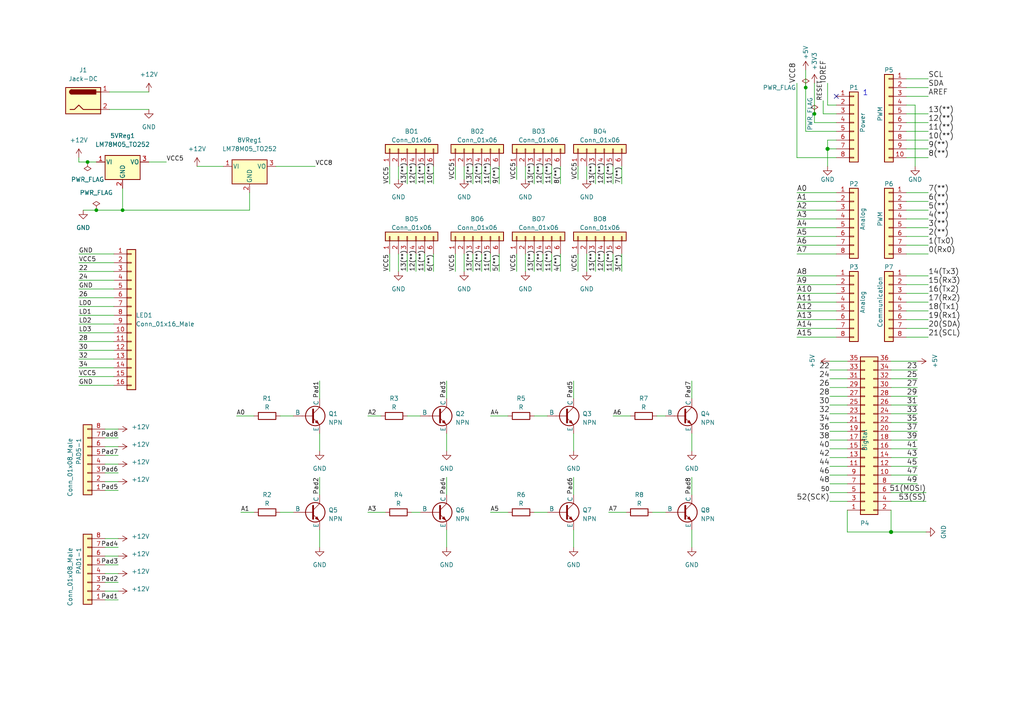
<source format=kicad_sch>
(kicad_sch (version 20230121) (generator eeschema)
  (paper "A4")
  (lib_symbols
    (symbol "Connector:Jack-DC" (pin_names (offset 1.016))
      (property "Reference" "J" (at 0 5.334 0))
      (property "Value" "Jack-DC" (at 0 -5.08 0))
      (symbol "Jack-DC_1_1"
        (pin passive line (at 7.62 2.54 180) (length 2.54) (name "~") (number "1"))
        (pin passive line (at 7.62 -2.54 180) (length 2.54) (name "~") (number "2"))
      )
    )
    (symbol "Connector_Generic:Conn_01x06" (pin_names (offset 1.016) hide)
      (property "Reference" "J" (at 0 7.62 0))
      (property "Value" "Conn_01x06" (at 0 -10.16 0))
      (symbol "Conn_01x06_1_1"
        (pin passive line (at -5.08 5.08 0) (length 3.81) (name "Pin_1") (number "1"))
        (pin passive line (at -5.08 2.54 0) (length 3.81) (name "Pin_2") (number "2"))
        (pin passive line (at -5.08 0 0) (length 3.81) (name "Pin_3") (number "3"))
        (pin passive line (at -5.08 -2.54 0) (length 3.81) (name "Pin_4") (number "4"))
        (pin passive line (at -5.08 -5.08 0) (length 3.81) (name "Pin_5") (number "5"))
        (pin passive line (at -5.08 -7.62 0) (length 3.81) (name "Pin_6") (number "6"))
      )
    )
    (symbol "Connector_Generic:Conn_01x08" (pin_names (offset 1.016) hide)
      (property "Reference" "J" (at 0 10.16 0))
      (property "Value" "Conn_01x08" (at 0 -12.7 0))
      (symbol "Conn_01x08_1_1"
        (pin passive line (at -5.08 7.62 0) (length 3.81) (name "Pin_1") (number "1"))
        (pin passive line (at -5.08 5.08 0) (length 3.81) (name "Pin_2") (number "2"))
        (pin passive line (at -5.08 2.54 0) (length 3.81) (name "Pin_3") (number "3"))
        (pin passive line (at -5.08 0 0) (length 3.81) (name "Pin_4") (number "4"))
        (pin passive line (at -5.08 -2.54 0) (length 3.81) (name "Pin_5") (number "5"))
        (pin passive line (at -5.08 -5.08 0) (length 3.81) (name "Pin_6") (number "6"))
        (pin passive line (at -5.08 -7.62 0) (length 3.81) (name "Pin_7") (number "7"))
        (pin passive line (at -5.08 -10.16 0) (length 3.81) (name "Pin_8") (number "8"))
      )
    )
    (symbol "Connector_Generic:Conn_01x10" (pin_names (offset 1.016) hide)
      (property "Reference" "J" (at 0 12.7 0))
      (property "Value" "Conn_01x10" (at 0 -15.24 0))
      (symbol "Conn_01x10_1_1"
        (pin passive line (at -5.08 10.16 0) (length 3.81) (name "Pin_1") (number "1"))
        (pin passive line (at -5.08 -12.7 0) (length 3.81) (name "Pin_10") (number "10"))
        (pin passive line (at -5.08 7.62 0) (length 3.81) (name "Pin_2") (number "2"))
        (pin passive line (at -5.08 5.08 0) (length 3.81) (name "Pin_3") (number "3"))
        (pin passive line (at -5.08 2.54 0) (length 3.81) (name "Pin_4") (number "4"))
        (pin passive line (at -5.08 0 0) (length 3.81) (name "Pin_5") (number "5"))
        (pin passive line (at -5.08 -2.54 0) (length 3.81) (name "Pin_6") (number "6"))
        (pin passive line (at -5.08 -5.08 0) (length 3.81) (name "Pin_7") (number "7"))
        (pin passive line (at -5.08 -7.62 0) (length 3.81) (name "Pin_8") (number "8"))
        (pin passive line (at -5.08 -10.16 0) (length 3.81) (name "Pin_9") (number "9"))
      )
    )
    (symbol "Connector_Generic:Conn_01x16" (pin_names (offset 1.016) hide)
      (property "Reference" "J" (at 0 20.32 0))
      (property "Value" "Conn_01x16" (at 0 -22.86 0))
      (symbol "Conn_01x16_1_1"
        (pin passive line (at -5.08 17.78 0) (length 3.81) (name "Pin_1") (number "1"))
        (pin passive line (at -5.08 -5.08 0) (length 3.81) (name "Pin_10") (number "10"))
        (pin passive line (at -5.08 -7.62 0) (length 3.81) (name "Pin_11") (number "11"))
        (pin passive line (at -5.08 -10.16 0) (length 3.81) (name "Pin_12") (number "12"))
        (pin passive line (at -5.08 -12.7 0) (length 3.81) (name "Pin_13") (number "13"))
        (pin passive line (at -5.08 -15.24 0) (length 3.81) (name "Pin_14") (number "14"))
        (pin passive line (at -5.08 -17.78 0) (length 3.81) (name "Pin_15") (number "15"))
        (pin passive line (at -5.08 -20.32 0) (length 3.81) (name "Pin_16") (number "16"))
        (pin passive line (at -5.08 15.24 0) (length 3.81) (name "Pin_2") (number "2"))
        (pin passive line (at -5.08 12.7 0) (length 3.81) (name "Pin_3") (number "3"))
        (pin passive line (at -5.08 10.16 0) (length 3.81) (name "Pin_4") (number "4"))
        (pin passive line (at -5.08 7.62 0) (length 3.81) (name "Pin_5") (number "5"))
        (pin passive line (at -5.08 5.08 0) (length 3.81) (name "Pin_6") (number "6"))
        (pin passive line (at -5.08 2.54 0) (length 3.81) (name "Pin_7") (number "7"))
        (pin passive line (at -5.08 0 0) (length 3.81) (name "Pin_8") (number "8"))
        (pin passive line (at -5.08 -2.54 0) (length 3.81) (name "Pin_9") (number "9"))
      )
    )
    (symbol "Connector_Generic:Conn_02x18_Odd_Even" (pin_names (offset 1.016) hide)
      (property "Reference" "J" (at 1.27 22.86 0))
      (property "Value" "Conn_02x18_Odd_Even" (at 1.27 -25.4 0))
      (symbol "Conn_02x18_Odd_Even_1_1"
        (pin passive line (at -5.08 20.32 0) (length 3.81) (name "Pin_1") (number "1"))
        (pin passive line (at 7.62 10.16 180) (length 3.81) (name "Pin_10") (number "10"))
        (pin passive line (at -5.08 7.62 0) (length 3.81) (name "Pin_11") (number "11"))
        (pin passive line (at 7.62 7.62 180) (length 3.81) (name "Pin_12") (number "12"))
        (pin passive line (at -5.08 5.08 0) (length 3.81) (name "Pin_13") (number "13"))
        (pin passive line (at 7.62 5.08 180) (length 3.81) (name "Pin_14") (number "14"))
        (pin passive line (at -5.08 2.54 0) (length 3.81) (name "Pin_15") (number "15"))
        (pin passive line (at 7.62 2.54 180) (length 3.81) (name "Pin_16") (number "16"))
        (pin passive line (at -5.08 0 0) (length 3.81) (name "Pin_17") (number "17"))
        (pin passive line (at 7.62 0 180) (length 3.81) (name "Pin_18") (number "18"))
        (pin passive line (at -5.08 -2.54 0) (length 3.81) (name "Pin_19") (number "19"))
        (pin passive line (at 7.62 20.32 180) (length 3.81) (name "Pin_2") (number "2"))
        (pin passive line (at 7.62 -2.54 180) (length 3.81) (name "Pin_20") (number "20"))
        (pin passive line (at -5.08 -5.08 0) (length 3.81) (name "Pin_21") (number "21"))
        (pin passive line (at 7.62 -5.08 180) (length 3.81) (name "Pin_22") (number "22"))
        (pin passive line (at -5.08 -7.62 0) (length 3.81) (name "Pin_23") (number "23"))
        (pin passive line (at 7.62 -7.62 180) (length 3.81) (name "Pin_24") (number "24"))
        (pin passive line (at -5.08 -10.16 0) (length 3.81) (name "Pin_25") (number "25"))
        (pin passive line (at 7.62 -10.16 180) (length 3.81) (name "Pin_26") (number "26"))
        (pin passive line (at -5.08 -12.7 0) (length 3.81) (name "Pin_27") (number "27"))
        (pin passive line (at 7.62 -12.7 180) (length 3.81) (name "Pin_28") (number "28"))
        (pin passive line (at -5.08 -15.24 0) (length 3.81) (name "Pin_29") (number "29"))
        (pin passive line (at -5.08 17.78 0) (length 3.81) (name "Pin_3") (number "3"))
        (pin passive line (at 7.62 -15.24 180) (length 3.81) (name "Pin_30") (number "30"))
        (pin passive line (at -5.08 -17.78 0) (length 3.81) (name "Pin_31") (number "31"))
        (pin passive line (at 7.62 -17.78 180) (length 3.81) (name "Pin_32") (number "32"))
        (pin passive line (at -5.08 -20.32 0) (length 3.81) (name "Pin_33") (number "33"))
        (pin passive line (at 7.62 -20.32 180) (length 3.81) (name "Pin_34") (number "34"))
        (pin passive line (at -5.08 -22.86 0) (length 3.81) (name "Pin_35") (number "35"))
        (pin passive line (at 7.62 -22.86 180) (length 3.81) (name "Pin_36") (number "36"))
        (pin passive line (at 7.62 17.78 180) (length 3.81) (name "Pin_4") (number "4"))
        (pin passive line (at -5.08 15.24 0) (length 3.81) (name "Pin_5") (number "5"))
        (pin passive line (at 7.62 15.24 180) (length 3.81) (name "Pin_6") (number "6"))
        (pin passive line (at -5.08 12.7 0) (length 3.81) (name "Pin_7") (number "7"))
        (pin passive line (at 7.62 12.7 180) (length 3.81) (name "Pin_8") (number "8"))
        (pin passive line (at -5.08 10.16 0) (length 3.81) (name "Pin_9") (number "9"))
      )
    )
    (symbol "Device:R" (pin_numbers hide) (pin_names (offset 0))
      (property "Reference" "R" (at 2.032 0 90))
      (property "Value" "R" (at 0 0 90))
      (symbol "R_1_1"
        (pin passive line (at 0 3.81 270) (length 1.27) (name "~") (number "1"))
        (pin passive line (at 0 -3.81 90) (length 1.27) (name "~") (number "2"))
      )
    )
    (symbol "Regulator_Linear:LM78M05_TO252" (pin_names (offset 0.254))
      (property "Reference" "U" (at -3.81 3.175 0))
      (property "Value" "LM78M05_TO252" (at 0 3.175 0))
      (symbol "LM78M05_TO252_1_1"
        (pin power_in line (at -7.62 0 0) (length 2.54) (name "VI") (number "1"))
        (pin power_in line (at 0 -7.62 90) (length 2.54) (name "GND") (number "2"))
        (pin power_out line (at 7.62 0 180) (length 2.54) (name "VO") (number "3"))
      )
    )
    (symbol "Simulation_SPICE:NPN" (pin_numbers hide) (pin_names (offset 0))
      (property "Reference" "Q" (at -2.54 7.62 0))
      (property "Value" "NPN" (at -2.54 5.08 0))
      (symbol "NPN_1_1"
        (pin open_collector line (at 2.54 5.08 270) (length 2.54) (name "C") (number "1"))
        (pin input line (at -5.08 0 0) (length 2.54) (name "B") (number "2"))
        (pin open_emitter line (at 2.54 -5.08 90) (length 2.54) (name "E") (number "3"))
      )
    )
    (symbol "power:+12V" (power) (pin_names (offset 0))
      (property "Value" "+12V" (at 0 3.556 0))
      (symbol "+12V_1_1"
        (pin power_in line (at 0 0 90) (length 0) hide (name "+12V") (number "1"))
      )
    )
    (symbol "power:+3V3" (power) (pin_names (offset 0))
      (property "Value" "+3V3" (at 0 3.556 0))
      (symbol "+3V3_1_1"
        (pin power_in line (at 0 0 90) (length 0) hide (name "+3V3") (number "1"))
      )
    )
    (symbol "power:+5V" (power) (pin_names (offset 0))
      (property "Value" "+5V" (at 0 3.556 0))
      (symbol "+5V_1_1"
        (pin power_in line (at 0 0 90) (length 0) hide (name "+5V") (number "1"))
      )
    )
    (symbol "power:GND" (power) (pin_names (offset 0))
      (property "Value" "GND" (at 0 -3.81 0))
      (symbol "GND_1_1"
        (pin power_in line (at 0 0 270) (length 0) hide (name "GND") (number "1"))
      )
    )
    (symbol "power:PWR_FLAG" (power) (pin_numbers hide) (pin_names (offset 0) hide)
      (property "Value" "PWR_FLAG" (at 0 3.81 0))
      (symbol "PWR_FLAG_0_0"
        (pin power_out line (at 0 0 90) (length 0) (name "pwr") (number "1"))
      )
    )
  )
  (junction (at 240.03 43.18) (diameter 1.016))
  (junction (at 35.56 60.96))
  (junction (at 25.4 46.99))
  (junction (at 27.94 60.96))
  (junction (at 258.445 154.305) (diameter 1.016))
  (junction (at 236.22 33.02))
  (junction (at 233.68 25.4))
  (no_connect (at 242.57 27.94))
  (wire (pts (xy 22.86 91.44) (xy 33.02 91.44)))
  (wire (pts (xy 162.56 73.66) (xy 162.56 78.74)))
  (wire (pts (xy 177.8 120.65) (xy 182.88 120.65)))
  (wire (pts (xy 137.16 48.26) (xy 137.16 53.34)))
  (wire (pts (xy 231.14 58.42) (xy 242.57 58.42)))
  (wire (pts (xy 245.745 145.415) (xy 240.665 145.415)))
  (wire (pts (xy 231.14 68.58) (xy 242.57 68.58)))
  (wire (pts (xy 120.65 48.26) (xy 120.65 53.34)))
  (wire (pts (xy 27.94 60.96) (xy 35.56 60.96)))
  (wire (pts (xy 106.68 120.65) (xy 110.49 120.65)))
  (wire (pts (xy 258.445 127.635) (xy 266.065 127.635)))
  (wire (pts (xy 262.89 73.66) (xy 269.24 73.66)))
  (wire (pts (xy 236.22 35.56) (xy 242.57 35.56)))
  (wire (pts (xy 22.86 73.66) (xy 33.02 73.66)))
  (wire (pts (xy 245.745 127.635) (xy 240.665 127.635)))
  (wire (pts (xy 258.445 140.335) (xy 266.065 140.335)))
  (wire (pts (xy 242.57 80.01) (xy 231.14 80.01)))
  (wire (pts (xy 154.94 148.59) (xy 158.75 148.59)))
  (wire (pts (xy 27.94 46.99) (xy 25.4 46.99)))
  (wire (pts (xy 157.48 73.66) (xy 157.48 78.74)))
  (wire (pts (xy 262.89 97.79) (xy 269.24 97.79)))
  (wire (pts (xy 69.85 148.59) (xy 73.66 148.59)))
  (wire (pts (xy 139.7 73.66) (xy 139.7 78.74)))
  (wire (pts (xy 162.56 48.26) (xy 162.56 53.34)))
  (wire (pts (xy 120.65 73.66) (xy 120.65 78.74)))
  (wire (pts (xy 245.745 140.335) (xy 240.665 140.335)))
  (wire (pts (xy 34.29 137.16) (xy 30.48 137.16)))
  (wire (pts (xy 142.24 148.59) (xy 147.32 148.59)))
  (wire (pts (xy 81.28 120.65) (xy 85.09 120.65)))
  (wire (pts (xy 166.37 138.43) (xy 166.37 143.51)))
  (wire (pts (xy 240.665 104.775) (xy 245.745 104.775)))
  (wire (pts (xy 258.445 122.555) (xy 266.065 122.555)))
  (wire (pts (xy 242.57 55.88) (xy 231.14 55.88)))
  (wire (pts (xy 115.57 48.26) (xy 115.57 52.07)))
  (wire (pts (xy 262.89 58.42) (xy 269.24 58.42)))
  (wire (pts (xy 34.29 139.7) (xy 30.48 139.7)))
  (wire (pts (xy 242.57 66.04) (xy 231.14 66.04)))
  (wire (pts (xy 22.86 96.52) (xy 33.02 96.52)))
  (wire (pts (xy 242.57 71.12) (xy 231.14 71.12)))
  (wire (pts (xy 142.24 73.66) (xy 142.24 78.74)))
  (wire (pts (xy 144.78 73.66) (xy 144.78 78.74)))
  (wire (pts (xy 22.86 83.82) (xy 33.02 83.82)))
  (wire (pts (xy 262.89 45.72) (xy 269.24 45.72)))
  (wire (pts (xy 80.01 48.26) (xy 91.44 48.26)))
  (wire (pts (xy 152.4 73.66) (xy 152.4 78.74)))
  (wire (pts (xy 236.22 33.02) (xy 236.22 35.56)))
  (wire (pts (xy 176.53 148.59) (xy 181.61 148.59)))
  (wire (pts (xy 258.445 104.775) (xy 266.065 104.775)))
  (wire (pts (xy 269.24 60.96) (xy 262.89 60.96)))
  (wire (pts (xy 242.57 95.25) (xy 231.14 95.25)))
  (wire (pts (xy 43.18 46.99) (xy 48.26 46.99)))
  (wire (pts (xy 166.37 125.73) (xy 166.37 130.81)))
  (wire (pts (xy 22.86 88.9) (xy 33.02 88.9)))
  (wire (pts (xy 245.745 122.555) (xy 240.665 122.555)))
  (wire (pts (xy 258.445 154.305) (xy 268.605 154.305)))
  (wire (pts (xy 132.08 48.26) (xy 132.08 52.07)))
  (wire (pts (xy 240.03 43.18) (xy 240.03 48.26)))
  (wire (pts (xy 142.24 120.65) (xy 147.32 120.65)))
  (wire (pts (xy 34.29 132.08) (xy 30.48 132.08)))
  (wire (pts (xy 269.24 66.04) (xy 262.89 66.04)))
  (wire (pts (xy 231.14 97.79) (xy 242.57 97.79)))
  (wire (pts (xy 118.11 73.66) (xy 118.11 78.74)))
  (wire (pts (xy 242.57 60.96) (xy 231.14 60.96)))
  (wire (pts (xy 265.43 48.26) (xy 265.43 30.48)))
  (wire (pts (xy 167.64 48.26) (xy 167.64 52.07)))
  (wire (pts (xy 242.57 33.02) (xy 238.76 33.02)))
  (wire (pts (xy 123.19 48.26) (xy 123.19 53.34)))
  (wire (pts (xy 240.03 30.48) (xy 240.03 24.13)))
  (wire (pts (xy 245.745 112.395) (xy 240.665 112.395)))
  (wire (pts (xy 22.86 46.99) (xy 22.86 45.72)))
  (wire (pts (xy 154.94 73.66) (xy 154.94 78.74)))
  (wire (pts (xy 35.56 54.61) (xy 35.56 60.96)))
  (wire (pts (xy 236.22 24.13) (xy 236.22 33.02)))
  (wire (pts (xy 242.57 30.48) (xy 240.03 30.48)))
  (wire (pts (xy 258.445 109.855) (xy 266.065 109.855)))
  (wire (pts (xy 245.745 137.795) (xy 240.665 137.795)))
  (wire (pts (xy 245.745 109.855) (xy 240.665 109.855)))
  (wire (pts (xy 269.24 55.88) (xy 262.89 55.88)))
  (wire (pts (xy 34.29 156.21) (xy 30.48 156.21)))
  (wire (pts (xy 25.4 46.99) (xy 22.86 46.99)))
  (wire (pts (xy 258.445 137.795) (xy 266.065 137.795)))
  (wire (pts (xy 231.14 63.5) (xy 242.57 63.5)))
  (wire (pts (xy 34.29 171.45) (xy 30.48 171.45)))
  (wire (pts (xy 68.58 120.65) (xy 73.66 120.65)))
  (wire (pts (xy 262.89 68.58) (xy 269.24 68.58)))
  (wire (pts (xy 269.24 90.17) (xy 262.89 90.17)))
  (wire (pts (xy 119.38 148.59) (xy 121.92 148.59)))
  (wire (pts (xy 123.19 73.66) (xy 123.19 78.74)))
  (wire (pts (xy 245.745 107.315) (xy 240.665 107.315)))
  (wire (pts (xy 231.14 87.63) (xy 242.57 87.63)))
  (wire (pts (xy 262.89 87.63) (xy 269.24 87.63)))
  (wire (pts (xy 34.29 166.37) (xy 30.48 166.37)))
  (wire (pts (xy 34.29 129.54) (xy 30.48 129.54)))
  (wire (pts (xy 177.8 73.66) (xy 177.8 78.74)))
  (wire (pts (xy 167.64 73.66) (xy 167.64 78.74)))
  (wire (pts (xy 258.445 147.955) (xy 258.445 154.305)))
  (wire (pts (xy 200.66 125.73) (xy 200.66 130.81)))
  (wire (pts (xy 125.73 73.66) (xy 125.73 78.74)))
  (wire (pts (xy 245.745 147.955) (xy 245.745 154.305)))
  (wire (pts (xy 233.68 20.32) (xy 233.68 25.4)))
  (wire (pts (xy 129.54 138.43) (xy 129.54 143.51)))
  (wire (pts (xy 34.29 142.24) (xy 30.48 142.24)))
  (wire (pts (xy 137.16 73.66) (xy 137.16 78.74)))
  (wire (pts (xy 57.15 48.26) (xy 64.77 48.26)))
  (wire (pts (xy 240.03 40.64) (xy 240.03 43.18)))
  (wire (pts (xy 166.37 153.67) (xy 166.37 158.75)))
  (wire (pts (xy 180.34 73.66) (xy 180.34 78.74)))
  (wire (pts (xy 160.02 48.26) (xy 160.02 53.34)))
  (wire (pts (xy 245.745 142.875) (xy 240.665 142.875)))
  (wire (pts (xy 129.54 125.73) (xy 129.54 130.81)))
  (wire (pts (xy 118.11 48.26) (xy 118.11 53.34)))
  (wire (pts (xy 200.66 138.43) (xy 200.66 143.51)))
  (wire (pts (xy 34.29 124.46) (xy 30.48 124.46)))
  (wire (pts (xy 262.89 63.5) (xy 269.24 63.5)))
  (wire (pts (xy 160.02 73.66) (xy 160.02 78.74)))
  (wire (pts (xy 81.28 148.59) (xy 85.09 148.59)))
  (wire (pts (xy 132.08 73.66) (xy 132.08 78.74)))
  (wire (pts (xy 152.4 48.26) (xy 152.4 52.07)))
  (wire (pts (xy 258.445 130.175) (xy 266.065 130.175)))
  (wire (pts (xy 262.89 40.64) (xy 269.24 40.64)))
  (wire (pts (xy 262.89 38.1) (xy 269.24 38.1)))
  (wire (pts (xy 31.75 31.75) (xy 43.18 31.75)))
  (wire (pts (xy 24.13 60.96) (xy 27.94 60.96)))
  (wire (pts (xy 72.39 60.96) (xy 35.56 60.96)))
  (wire (pts (xy 238.76 29.21) (xy 238.76 33.02)))
  (wire (pts (xy 118.11 120.65) (xy 121.92 120.65)))
  (wire (pts (xy 92.71 110.49) (xy 92.71 115.57)))
  (wire (pts (xy 172.72 48.26) (xy 172.72 53.34)))
  (wire (pts (xy 92.71 138.43) (xy 92.71 143.51)))
  (wire (pts (xy 115.57 73.66) (xy 115.57 78.74)))
  (wire (pts (xy 200.66 110.49) (xy 200.66 115.57)))
  (wire (pts (xy 245.745 154.305) (xy 258.445 154.305)))
  (wire (pts (xy 258.445 107.315) (xy 266.065 107.315)))
  (wire (pts (xy 269.24 80.01) (xy 262.89 80.01)))
  (wire (pts (xy 166.37 110.49) (xy 166.37 115.57)))
  (wire (pts (xy 245.745 114.935) (xy 240.665 114.935)))
  (wire (pts (xy 106.68 148.59) (xy 111.76 148.59)))
  (wire (pts (xy 189.23 148.59) (xy 193.04 148.59)))
  (wire (pts (xy 258.445 142.875) (xy 268.605 142.875)))
  (wire (pts (xy 269.24 43.18) (xy 262.89 43.18)))
  (wire (pts (xy 129.54 153.67) (xy 129.54 158.75)))
  (wire (pts (xy 258.445 114.935) (xy 266.065 114.935)))
  (wire (pts (xy 242.57 43.18) (xy 240.03 43.18)))
  (wire (pts (xy 242.57 45.72) (xy 231.14 45.72)))
  (wire (pts (xy 242.57 40.64) (xy 240.03 40.64)))
  (wire (pts (xy 34.29 173.99) (xy 30.48 173.99)))
  (wire (pts (xy 245.745 132.715) (xy 240.665 132.715)))
  (wire (pts (xy 92.71 153.67) (xy 92.71 158.75)))
  (wire (pts (xy 262.89 33.02) (xy 269.24 33.02)))
  (wire (pts (xy 245.745 117.475) (xy 240.665 117.475)))
  (wire (pts (xy 22.86 111.76) (xy 33.02 111.76)))
  (wire (pts (xy 245.745 125.095) (xy 240.665 125.095)))
  (wire (pts (xy 231.14 92.71) (xy 242.57 92.71)))
  (wire (pts (xy 72.39 55.88) (xy 72.39 60.96)))
  (wire (pts (xy 154.94 48.26) (xy 154.94 53.34)))
  (wire (pts (xy 22.86 93.98) (xy 33.02 93.98)))
  (wire (pts (xy 22.86 101.6) (xy 33.02 101.6)))
  (wire (pts (xy 245.745 130.175) (xy 240.665 130.175)))
  (wire (pts (xy 157.48 48.26) (xy 157.48 53.34)))
  (wire (pts (xy 92.71 125.73) (xy 92.71 130.81)))
  (wire (pts (xy 233.68 38.1) (xy 242.57 38.1)))
  (wire (pts (xy 258.445 117.475) (xy 266.065 117.475)))
  (wire (pts (xy 139.7 48.26) (xy 139.7 53.34)))
  (wire (pts (xy 269.24 25.4) (xy 262.89 25.4)))
  (wire (pts (xy 258.445 132.715) (xy 266.065 132.715)))
  (wire (pts (xy 113.03 73.66) (xy 113.03 78.74)))
  (wire (pts (xy 265.43 30.48) (xy 262.89 30.48)))
  (wire (pts (xy 175.26 73.66) (xy 175.26 78.74)))
  (wire (pts (xy 242.57 90.17) (xy 231.14 90.17)))
  (wire (pts (xy 269.24 35.56) (xy 262.89 35.56)))
  (wire (pts (xy 31.75 26.67) (xy 43.18 26.67)))
  (wire (pts (xy 269.24 71.12) (xy 262.89 71.12)))
  (wire (pts (xy 34.29 168.91) (xy 30.48 168.91)))
  (wire (pts (xy 34.29 161.29) (xy 30.48 161.29)))
  (wire (pts (xy 22.86 106.68) (xy 33.02 106.68)))
  (wire (pts (xy 258.445 125.095) (xy 266.065 125.095)))
  (wire (pts (xy 129.54 110.49) (xy 129.54 115.57)))
  (wire (pts (xy 134.62 48.26) (xy 134.62 52.07)))
  (wire (pts (xy 22.86 78.74) (xy 33.02 78.74)))
  (wire (pts (xy 262.89 82.55) (xy 269.24 82.55)))
  (wire (pts (xy 134.62 73.66) (xy 134.62 78.74)))
  (wire (pts (xy 144.78 48.26) (xy 144.78 53.34)))
  (wire (pts (xy 22.86 86.36) (xy 33.02 86.36)))
  (wire (pts (xy 258.445 135.255) (xy 266.065 135.255)))
  (wire (pts (xy 113.03 48.26) (xy 113.03 53.34)))
  (wire (pts (xy 190.5 120.65) (xy 193.04 120.65)))
  (wire (pts (xy 172.72 73.66) (xy 172.72 78.74)))
  (wire (pts (xy 34.29 158.75) (xy 30.48 158.75)))
  (wire (pts (xy 262.89 22.86) (xy 269.24 22.86)))
  (wire (pts (xy 177.8 48.26) (xy 177.8 53.34)))
  (wire (pts (xy 154.94 120.65) (xy 158.75 120.65)))
  (wire (pts (xy 34.29 127) (xy 30.48 127)))
  (wire (pts (xy 170.18 73.66) (xy 170.18 78.74)))
  (wire (pts (xy 269.24 95.25) (xy 262.89 95.25)))
  (wire (pts (xy 22.86 76.2) (xy 33.02 76.2)))
  (wire (pts (xy 231.14 73.66) (xy 242.57 73.66)))
  (wire (pts (xy 231.14 82.55) (xy 242.57 82.55)))
  (wire (pts (xy 22.86 109.22) (xy 33.02 109.22)))
  (wire (pts (xy 258.445 112.395) (xy 266.065 112.395)))
  (wire (pts (xy 22.86 81.28) (xy 33.02 81.28)))
  (wire (pts (xy 142.24 48.26) (xy 142.24 53.34)))
  (wire (pts (xy 34.29 163.83) (xy 30.48 163.83)))
  (wire (pts (xy 34.29 134.62) (xy 30.48 134.62)))
  (wire (pts (xy 200.66 153.67) (xy 200.66 158.75)))
  (wire (pts (xy 180.34 48.26) (xy 180.34 53.34)))
  (wire (pts (xy 258.445 145.415) (xy 268.605 145.415)))
  (wire (pts (xy 269.24 85.09) (xy 262.89 85.09)))
  (wire (pts (xy 22.86 104.14) (xy 33.02 104.14)))
  (wire (pts (xy 22.86 99.06) (xy 33.02 99.06)))
  (wire (pts (xy 175.26 48.26) (xy 175.26 53.34)))
  (wire (pts (xy 245.745 135.255) (xy 240.665 135.255)))
  (wire (pts (xy 262.89 92.71) (xy 269.24 92.71)))
  (wire (pts (xy 231.14 24.13) (xy 231.14 45.72)))
  (wire (pts (xy 245.745 120.015) (xy 240.665 120.015)))
  (wire (pts (xy 242.57 85.09) (xy 231.14 85.09)))
  (wire (pts (xy 233.68 25.4) (xy 233.68 38.1)))
  (wire (pts (xy 149.86 73.66) (xy 149.86 78.74)))
  (wire (pts (xy 149.86 48.26) (xy 149.86 52.07)))
  (wire (pts (xy 262.89 27.94) (xy 269.24 27.94)))
  (wire (pts (xy 258.445 120.015) (xy 266.065 120.015)))
  (wire (pts (xy 170.18 48.26) (xy 170.18 52.07)))
  (wire (pts (xy 125.73 48.26) (xy 125.73 53.34)))
  (text "1" (at 250.19 27.94 0) (effects (font (size 1.524 1.524)) (justify left bottom)))
  (label "15(Rx3)" (at 269.24 82.55 0) (effects (font (size 1.524 1.524))))
  (label "41" (at 266.065 130.175 180) (effects (font (size 1.524 1.524))))
  (label "24" (at 240.665 109.855 180) (effects (font (size 1.524 1.524))))
  (label "11(**)" (at 269.24 38.1 0) (effects (font (size 1.524 1.524))))
  (label "Pad1" (at 92.71 110.49 270))
  (label "VCC5" (at 48.26 46.99 0))
  (label "A14" (at 231.14 95.25 0) (effects (font (size 1.524 1.524))))
  (label "25" (at 266.065 109.855 180) (effects (font (size 1.524 1.524))))
  (label "34" (at 240.665 122.555 180) (effects (font (size 1.524 1.524))))
  (label "A15" (at 231.14 97.79 0) (effects (font (size 1.524 1.524))))
  (label "A9" (at 231.14 82.55 0) (effects (font (size 1.524 1.524))))
  (label "11(**)" (at 123.19 53.34 90))
  (label "Pad8" (at 34.29 127 180))
  (label "A8" (at 231.14 80.01 0) (effects (font (size 1.524 1.524))))
  (label "6(**)" (at 125.73 78.74 90))
  (label "23" (at 266.065 107.315 180) (effects (font (size 1.524 1.524))))
  (label "A10" (at 231.14 85.09 0) (effects (font (size 1.524 1.524))))
  (label "26" (at 240.665 112.395 180) (effects (font (size 1.524 1.524))))
  (label "A3" (at 106.68 148.59 0))
  (label "GND" (at 22.86 73.66 0))
  (label "14(Tx3)" (at 269.24 80.01 0) (effects (font (size 1.524 1.524))))
  (label "11(**)" (at 123.19 78.74 90))
  (label "11(**)" (at 142.24 78.74 90))
  (label "45" (at 266.065 135.255 180) (effects (font (size 1.524 1.524))))
  (label "LD2" (at 22.86 93.98 0))
  (label "VCC5" (at 132.08 78.74 90))
  (label "A2" (at 231.14 60.96 0) (effects (font (size 1.524 1.524))))
  (label "8(**)" (at 162.56 53.34 90))
  (label "35" (at 266.065 122.555 180) (effects (font (size 1.524 1.524))))
  (label "VCC5" (at 132.08 52.07 90))
  (label "12(**)" (at 139.7 53.34 90))
  (label "A4" (at 142.24 120.65 0))
  (label "A7" (at 176.53 148.59 0))
  (label "4(**)" (at 269.24 63.5 0) (effects (font (size 1.524 1.524))))
  (label "12(**)" (at 157.48 78.74 90))
  (label "5(**)" (at 144.78 78.74 90))
  (label "13(**)" (at 118.11 53.34 90))
  (label "12(**)" (at 175.26 53.34 90))
  (label "LD3" (at 22.86 96.52 0))
  (label "13(**)" (at 154.94 53.34 90))
  (label "A6" (at 231.14 71.12 0) (effects (font (size 1.524 1.524))))
  (label "SCL" (at 269.24 22.86 0) (effects (font (size 1.524 1.524))))
  (label "28" (at 22.86 99.06 0))
  (label "12(**)" (at 139.7 78.74 90))
  (label "Pad8" (at 200.66 138.43 270))
  (label "44" (at 240.665 135.255 180) (effects (font (size 1.524 1.524))))
  (label "22" (at 22.86 78.74 0))
  (label "Pad4" (at 34.29 158.75 180))
  (label "40" (at 240.665 130.175 180) (effects (font (size 1.524 1.524))))
  (label "3(**)" (at 180.34 78.74 90))
  (label "13(**)" (at 137.16 78.74 90))
  (label "9(**)" (at 269.24 43.18 0) (effects (font (size 1.524 1.524))))
  (label "VCC5" (at 149.86 78.74 90))
  (label "VCC5" (at 113.03 78.74 90))
  (label "A5" (at 142.24 148.59 0))
  (label "11(**)" (at 142.24 53.34 90))
  (label "VCC5" (at 149.86 52.07 90))
  (label "11(**)" (at 177.8 78.74 90))
  (label "LD0" (at 22.86 88.9 0))
  (label "Pad1" (at 34.29 173.99 180))
  (label "A7" (at 231.14 73.66 0) (effects (font (size 1.524 1.524))))
  (label "29" (at 266.065 114.935 180) (effects (font (size 1.524 1.524))))
  (label "A3" (at 231.14 63.5 0) (effects (font (size 1.524 1.524))))
  (label "VCC5" (at 113.03 53.34 90))
  (label "47" (at 266.065 137.795 180) (effects (font (size 1.524 1.524))))
  (label "4(**)" (at 162.56 78.74 90))
  (label "28" (at 240.665 114.935 180) (effects (font (size 1.524 1.524))))
  (label "13(**)" (at 137.16 53.34 90))
  (label "17(Rx2)" (at 269.24 87.63 0) (effects (font (size 1.524 1.524))))
  (label "36" (at 240.665 125.095 180) (effects (font (size 1.524 1.524))))
  (label "48" (at 240.665 140.335 180) (effects (font (size 1.524 1.524))))
  (label "53(SS)" (at 268.605 145.415 180) (effects (font (size 1.524 1.524))))
  (label "37" (at 266.065 125.095 180) (effects (font (size 1.524 1.524))))
  (label "A0" (at 68.58 120.65 0))
  (label "Pad2" (at 92.71 138.43 270))
  (label "51(MOSI)" (at 268.605 142.875 180) (effects (font (size 1.524 1.524))))
  (label "A12" (at 231.14 90.17 0) (effects (font (size 1.524 1.524))))
  (label "39" (at 266.065 127.635 180) (effects (font (size 1.524 1.524))))
  (label "A2" (at 106.68 120.65 0))
  (label "20(SDA)" (at 269.24 95.25 0) (effects (font (size 1.524 1.524))))
  (label "Pad4" (at 129.54 138.43 270))
  (label "42" (at 240.665 132.715 180) (effects (font (size 1.524 1.524))))
  (label "SDA" (at 269.24 25.4 0) (effects (font (size 1.524 1.524))))
  (label "11(**)" (at 177.8 53.34 90))
  (label "34" (at 22.86 106.68 0))
  (label "A11" (at 231.14 87.63 0) (effects (font (size 1.524 1.524))))
  (label "10(**)" (at 125.73 53.34 90))
  (label "3(**)" (at 269.24 66.04 0) (effects (font (size 1.524 1.524))))
  (label "24" (at 22.86 81.28 0))
  (label "8(**)" (at 269.24 45.72 0) (effects (font (size 1.524 1.524))))
  (label "A13" (at 231.14 92.71 0) (effects (font (size 1.524 1.524))))
  (label "GND" (at 22.86 111.76 0))
  (label "49" (at 266.065 140.335 180) (effects (font (size 1.524 1.524))))
  (label "12(**)" (at 120.65 53.34 90))
  (label "7(**)" (at 180.34 53.34 90))
  (label "11(**)" (at 160.02 78.74 90))
  (label "Pad3" (at 129.54 110.49 270))
  (label "11(**)" (at 160.02 53.34 90))
  (label "7(**)" (at 269.24 55.88 0) (effects (font (size 1.524 1.524))))
  (label "RESET" (at 238.76 29.21 90))
  (label "13(**)" (at 269.24 33.02 0) (effects (font (size 1.524 1.524))))
  (label "50" (at 240.665 142.875 180))
  (label "12(**)" (at 269.24 35.56 0) (effects (font (size 1.524 1.524))))
  (label "Pad5" (at 166.37 110.49 270))
  (label "30" (at 22.86 101.6 0))
  (label "22" (at 240.665 107.315 180) (effects (font (size 1.524 1.524))))
  (label "16(Tx2)" (at 269.24 85.09 0) (effects (font (size 1.524 1.524))))
  (label "VCC5" (at 167.64 52.07 90))
  (label "IOREF" (at 240.03 24.13 90) (effects (font (size 1.524 1.524))))
  (label "12(**)" (at 175.26 78.74 90))
  (label "33" (at 266.065 120.015 180) (effects (font (size 1.524 1.524))))
  (label "13(**)" (at 172.72 78.74 90))
  (label "31" (at 266.065 117.475 180) (effects (font (size 1.524 1.524))))
  (label "Pad6" (at 166.37 138.43 270))
  (label "38" (at 240.665 127.635 180) (effects (font (size 1.524 1.524))))
  (label "VCC5" (at 22.86 109.22 0))
  (label "VCC5" (at 22.86 76.2 0))
  (label "A4" (at 231.14 66.04 0) (effects (font (size 1.524 1.524))))
  (label "30" (at 240.665 117.475 180) (effects (font (size 1.524 1.524))))
  (label "Pad7" (at 200.66 110.49 270))
  (label "VCC5" (at 167.64 78.74 90))
  (label "21(SCL)" (at 269.24 97.79 0) (effects (font (size 1.524 1.524))))
  (label "12(**)" (at 157.48 53.34 90))
  (label "VCC8" (at 231.14 24.13 90) (effects (font (size 1.524 1.524))))
  (label "43" (at 266.065 132.715 180) (effects (font (size 1.524 1.524))))
  (label "46" (at 240.665 137.795 180) (effects (font (size 1.524 1.524))))
  (label "32" (at 240.665 120.015 180) (effects (font (size 1.524 1.524))))
  (label "1(Tx0)" (at 269.24 71.12 0) (effects (font (size 1.524 1.524))))
  (label "0(Rx0)" (at 269.24 73.66 0) (effects (font (size 1.524 1.524))))
  (label "AREF" (at 269.24 27.94 0) (effects (font (size 1.524 1.524))))
  (label "Pad3" (at 34.29 163.83 180))
  (label "12(**)" (at 120.65 78.74 90))
  (label "Pad5" (at 34.29 142.24 180))
  (label "2(**)" (at 269.24 68.58 0) (effects (font (size 1.524 1.524))))
  (label "5(**)" (at 269.24 60.96 0) (effects (font (size 1.524 1.524))))
  (label "Pad7" (at 34.29 132.08 180))
  (label "26" (at 22.86 86.36 0))
  (label "6(**)" (at 269.24 58.42 0) (effects (font (size 1.524 1.524))))
  (label "52(SCK)" (at 240.665 145.415 180) (effects (font (size 1.524 1.524))))
  (label "Pad2" (at 34.29 168.91 180))
  (label "LD1" (at 22.86 91.44 0))
  (label "A1" (at 69.85 148.59 0))
  (label "9(**)" (at 144.78 53.34 90))
  (label "A5" (at 231.14 68.58 0) (effects (font (size 1.524 1.524))))
  (label "27" (at 266.065 112.395 180) (effects (font (size 1.524 1.524))))
  (label "13(**)" (at 118.11 78.74 90))
  (label "19(Rx1)" (at 269.24 92.71 0) (effects (font (size 1.524 1.524))))
  (label "13(**)" (at 172.72 53.34 90))
  (label "A6" (at 177.8 120.65 0))
  (label "GND" (at 22.86 83.82 0))
  (label "32" (at 22.86 104.14 0))
  (label "A0" (at 231.14 55.88 0) (effects (font (size 1.524 1.524))))
  (label "A1" (at 231.14 58.42 0) (effects (font (size 1.524 1.524))))
  (label "13(**)" (at 154.94 78.74 90))
  (label "VCC8" (at 91.44 48.26 0))
  (label "Pad6" (at 34.29 137.16 180))
  (label "18(Tx1)" (at 269.24 90.17 0) (effects (font (size 1.524 1.524))))
  (label "10(**)" (at 269.24 40.64 0) (effects (font (size 1.524 1.524))))
  (symbol (lib_id "power:GND") (at 115.57 52.07 0) (unit 1)
    (property "Reference" "#PWR010" (effects hide))
    (property "Value" "GND" (at 115.57 57.15 0))
  )
  (symbol (lib_id "power:+12V") (at 34.29 161.29 270) (unit 1)
    (property "Reference" "#PWR07" (effects hide))
    (property "Value" "+12V" (at 38.1 160.655 90) (effects (justify left)))
  )
  (symbol (lib_id "Simulation_SPICE:NPN") (at 198.12 120.65 0) (unit 1)
    (property "Reference" "Q4" (at 203.2 120.015 0) (effects (justify left)))
    (property "Value" "NPN" (at 203.2 122.555 0) (effects (justify left)))
    (property "Sim.Device" "NPN" (effects hide))
    (property "Sim.Type" "GUMMELPOON" (effects hide))
    (property "Sim.Pins" "1=C 2=B 3=E" (effects hide))
  )
  (symbol (lib_id "power:GND") (at 134.62 78.74 0) (unit 1)
    (property "Reference" "#PWR015" (effects hide))
    (property "Value" "GND" (at 134.62 83.82 0))
  )
  (symbol (lib_id "power:PWR_FLAG") (at 27.94 60.96 0) (unit 1)
    (property "Reference" "#FLG0102" (effects hide))
    (property "Value" "PWR_FLAG" (at 27.94 55.88 0))
  )
  (symbol (lib_id "power:+12V") (at 34.29 134.62 270) (unit 1)
    (property "Reference" "#PWR02" (effects hide))
    (property "Value" "+12V" (at 38.1 133.985 90) (effects (justify left)))
  )
  (symbol (lib_id "Regulator_Linear:LM78M05_TO252") (at 35.56 46.99 0) (unit 1)
    (property "Reference" "5VReg1" (at 35.56 39.37 0))
    (property "Value" "LM78M05_TO252" (at 35.56 41.91 0))
    (property "Footprint" "Package_TO_SOT_SMD:TO-252-2" (effects hide))
    (property "Datasheet" "https://www.onsemi.com/pub/Collateral/MC78M00-D.PDF" (effects hide))
  )
  (symbol (lib_id "power:GND") (at 166.37 130.81 0) (unit 1)
    (property "Reference" "#PWR022" (effects hide))
    (property "Value" "GND" (at 166.37 135.89 0))
  )
  (symbol (lib_id "Device:R") (at 77.47 148.59 90) (unit 1)
    (property "Reference" "R2" (at 77.47 143.51 90))
    (property "Value" "R" (at 77.47 146.05 90))
  )
  (symbol (lib_id "Connector_Generic:Conn_01x08") (at 257.81 63.5 0) (mirror y) (unit 1)
    (property "Reference" "P6" (at 257.81 53.34 0))
    (property "Value" "PWM" (at 255.27 63.5 90))
    (property "Footprint" "Connector_PinHeader_2.54mm:PinHeader_1x08_P2.54mm_Vertical" (effects hide))
  )
  (symbol (lib_id "power:+12V") (at 34.29 124.46 270) (unit 1)
    (property "Reference" "#PWR04" (effects hide))
    (property "Value" "+12V" (at 38.1 123.825 90) (effects (justify left)))
  )
  (symbol (lib_id "Connector_Generic:Conn_01x08") (at 25.4 166.37 180) (unit 1)
    (property "Reference" "PAD1-1" (at 22.86 158.75 90) (effects (justify left)))
    (property "Value" "Conn_01x08_Male" (at 20.32 158.75 90) (effects (justify left)))
    (property "Footprint" "Connector_PinHeader_2.54mm:PinHeader_1x08_P2.54mm_Vertical" (effects hide))
  )
  (symbol (lib_id "power:GND") (at 170.18 52.07 0) (unit 1)
    (property "Reference" "#PWR013" (effects hide))
    (property "Value" "GND" (at 170.18 57.15 0))
  )
  (symbol (lib_id "Connector_Generic:Conn_01x10") (at 257.81 33.02 0) (mirror y) (unit 1)
    (property "Reference" "P5" (at 257.81 20.32 0))
    (property "Value" "PWM" (at 255.27 33.02 90))
    (property "Footprint" "Connector_PinHeader_2.54mm:PinHeader_1x10_P2.54mm_Vertical" (effects hide))
  )
  (symbol (lib_id "Connector_Generic:Conn_01x08") (at 247.65 87.63 0) (unit 1)
    (property "Reference" "P3" (at 247.65 77.47 0))
    (property "Value" "Analog" (at 250.19 87.63 90))
    (property "Footprint" "Connector_PinHeader_2.54mm:PinHeader_1x08_P2.54mm_Vertical" (effects hide))
  )
  (symbol (lib_id "power:GND") (at 24.13 60.96 0) (unit 1)
    (property "Reference" "#PWR0107" (effects hide))
    (property "Value" "GND" (at 24.13 66.04 0))
  )
  (symbol (lib_id "Device:R") (at 115.57 148.59 90) (unit 1)
    (property "Reference" "R4" (at 115.57 143.51 90))
    (property "Value" "R" (at 115.57 146.05 90))
  )
  (symbol (lib_id "Connector_Generic:Conn_01x06") (at 118.11 43.18 90) (unit 1)
    (property "Reference" "BO1" (at 119.38 38.1 90))
    (property "Value" "Conn_01x06" (at 119.38 40.64 90))
    (property "Footprint" "Connector_PinHeader_2.54mm:PinHeader_1x06_P2.54mm_Vertical" (effects hide))
  )
  (symbol (lib_id "Simulation_SPICE:NPN") (at 90.17 120.65 0) (unit 1)
    (property "Reference" "Q1" (at 95.25 120.015 0) (effects (justify left)))
    (property "Value" "NPN" (at 95.25 122.555 0) (effects (justify left)))
    (property "Sim.Device" "NPN" (effects hide))
    (property "Sim.Type" "GUMMELPOON" (effects hide))
    (property "Sim.Pins" "1=C 2=B 3=E" (effects hide))
  )
  (symbol (lib_id "Connector_Generic:Conn_01x06") (at 154.94 68.58 90) (unit 1)
    (property "Reference" "BO7" (at 156.21 63.5 90))
    (property "Value" "Conn_01x06" (at 156.21 66.04 90))
    (property "Footprint" "Connector_PinHeader_2.54mm:PinHeader_1x06_P2.54mm_Vertical" (effects hide))
  )
  (symbol (lib_id "power:+12V") (at 22.86 45.72 0) (unit 1)
    (property "Reference" "#PWR0108" (effects hide))
    (property "Value" "+12V" (at 22.86 40.64 0))
  )
  (symbol (lib_id "power:+12V") (at 34.29 139.7 270) (unit 1)
    (property "Reference" "#PWR01" (effects hide))
    (property "Value" "+12V" (at 38.1 139.065 90) (effects (justify left)))
  )
  (symbol (lib_id "Simulation_SPICE:NPN") (at 198.12 148.59 0) (unit 1)
    (property "Reference" "Q8" (at 203.2 147.955 0) (effects (justify left)))
    (property "Value" "NPN" (at 203.2 150.495 0) (effects (justify left)))
    (property "Sim.Device" "NPN" (effects hide))
    (property "Sim.Type" "GUMMELPOON" (effects hide))
    (property "Sim.Pins" "1=C 2=B 3=E" (effects hide))
  )
  (symbol (lib_id "power:GND") (at 152.4 52.07 0) (unit 1)
    (property "Reference" "#PWR012" (effects hide))
    (property "Value" "GND" (at 152.4 57.15 0))
  )
  (symbol (lib_id "power:GND") (at 200.66 130.81 0) (unit 1)
    (property "Reference" "#PWR025" (effects hide))
    (property "Value" "GND" (at 200.66 135.89 0))
  )
  (symbol (lib_id "power:GND") (at 240.03 48.26 0) (unit 1)
    (property "Reference" "#PWR0101" (effects hide))
    (property "Value" "GND" (at 240.03 52.07 0))
  )
  (symbol (lib_id "Connector_Generic:Conn_01x08") (at 257.81 87.63 0) (mirror y) (unit 1)
    (property "Reference" "P7" (at 257.81 77.47 0))
    (property "Value" "Communication" (at 255.27 87.63 90))
    (property "Footprint" "Connector_PinHeader_2.54mm:PinHeader_1x08_P2.54mm_Vertical" (effects hide))
  )
  (symbol (lib_id "power:PWR_FLAG") (at 25.4 46.99 180) (unit 1)
    (property "Reference" "#FLG0101" (effects hide))
    (property "Value" "PWR_FLAG" (at 25.4 52.07 0))
  )
  (symbol (lib_id "Connector_Generic:Conn_01x16") (at 38.1 91.44 0) (unit 1)
    (property "Reference" "LED1" (at 39.37 91.4399 0) (effects (justify left)))
    (property "Value" "Conn_01x16_Male" (at 39.37 93.9799 0) (effects (justify left)))
    (property "Footprint" "Connector_PinHeader_2.54mm:PinHeader_1x16_P2.54mm_Vertical" (effects hide))
  )
  (symbol (lib_id "power:+12V") (at 34.29 171.45 270) (unit 1)
    (property "Reference" "#PWR05" (effects hide))
    (property "Value" "+12V" (at 38.1 170.815 90) (effects (justify left)))
  )
  (symbol (lib_id "Connector_Generic:Conn_01x08") (at 25.4 134.62 180) (unit 1)
    (property "Reference" "PAD5-1" (at 22.86 127 90) (effects (justify left)))
    (property "Value" "Conn_01x08_Male" (at 20.32 127 90) (effects (justify left)))
    (property "Footprint" "Connector_PinHeader_2.54mm:PinHeader_1x08_P2.54mm_Vertical" (effects hide))
  )
  (symbol (lib_id "power:GND") (at 268.605 154.305 90) (unit 1)
    (property "Reference" "#PWR09" (effects hide))
    (property "Value" "GND" (at 273.685 154.305 0))
  )
  (symbol (lib_id "power:GND") (at 92.71 158.75 0) (unit 1)
    (property "Reference" "#PWR018" (effects hide))
    (property "Value" "GND" (at 92.71 163.83 0))
  )
  (symbol (lib_id "Simulation_SPICE:NPN") (at 127 148.59 0) (unit 1)
    (property "Reference" "Q6" (at 132.08 147.955 0) (effects (justify left)))
    (property "Value" "NPN" (at 132.08 150.495 0) (effects (justify left)))
    (property "Sim.Device" "NPN" (effects hide))
    (property "Sim.Type" "GUMMELPOON" (effects hide))
    (property "Sim.Pins" "1=C 2=B 3=E" (effects hide))
  )
  (symbol (lib_id "power:+12V") (at 34.29 156.21 270) (unit 1)
    (property "Reference" "#PWR08" (effects hide))
    (property "Value" "+12V" (at 38.1 155.575 90) (effects (justify left)))
  )
  (symbol (lib_id "Simulation_SPICE:NPN") (at 90.17 148.59 0) (unit 1)
    (property "Reference" "Q5" (at 95.25 147.955 0) (effects (justify left)))
    (property "Value" "NPN" (at 95.25 150.495 0) (effects (justify left)))
    (property "Sim.Device" "NPN" (effects hide))
    (property "Sim.Type" "GUMMELPOON" (effects hide))
    (property "Sim.Pins" "1=C 2=B 3=E" (effects hide))
  )
  (symbol (lib_id "Simulation_SPICE:NPN") (at 127 120.65 0) (unit 1)
    (property "Reference" "Q2" (at 132.08 120.015 0) (effects (justify left)))
    (property "Value" "NPN" (at 132.08 122.555 0) (effects (justify left)))
    (property "Sim.Device" "NPN" (effects hide))
    (property "Sim.Type" "GUMMELPOON" (effects hide))
    (property "Sim.Pins" "1=C 2=B 3=E" (effects hide))
  )
  (symbol (lib_id "power:+12V") (at 34.29 129.54 270) (unit 1)
    (property "Reference" "#PWR03" (effects hide))
    (property "Value" "+12V" (at 38.1 128.905 90) (effects (justify left)))
  )
  (symbol (lib_id "Connector_Generic:Conn_01x06") (at 172.72 68.58 90) (unit 1)
    (property "Reference" "BO8" (at 173.99 63.5 90))
    (property "Value" "Conn_01x06" (at 173.99 66.04 90))
    (property "Footprint" "Connector_PinHeader_2.54mm:PinHeader_1x06_P2.54mm_Vertical" (effects hide))
  )
  (symbol (lib_id "Simulation_SPICE:NPN") (at 163.83 148.59 0) (unit 1)
    (property "Reference" "Q7" (at 168.91 147.955 0) (effects (justify left)))
    (property "Value" "NPN" (at 168.91 150.495 0) (effects (justify left)))
    (property "Sim.Device" "NPN" (effects hide))
    (property "Sim.Type" "GUMMELPOON" (effects hide))
    (property "Sim.Pins" "1=C 2=B 3=E" (effects hide))
  )
  (symbol (lib_id "Device:R") (at 151.13 148.59 90) (unit 1)
    (property "Reference" "R6" (at 151.13 143.51 90))
    (property "Value" "R" (at 151.13 146.05 90))
  )
  (symbol (lib_id "Connector_Generic:Conn_01x08") (at 247.65 63.5 0) (unit 1)
    (property "Reference" "P2" (at 247.65 53.34 0))
    (property "Value" "Analog" (at 250.19 63.5 90))
    (property "Footprint" "Connector_PinHeader_2.54mm:PinHeader_1x08_P2.54mm_Vertical" (effects hide))
  )
  (symbol (lib_id "power:GND") (at 129.54 130.81 0) (unit 1)
    (property "Reference" "#PWR020" (effects hide))
    (property "Value" "GND" (at 129.54 135.89 0))
  )
  (symbol (lib_id "power:GND") (at 166.37 158.75 0) (unit 1)
    (property "Reference" "#PWR023" (effects hide))
    (property "Value" "GND" (at 166.37 163.83 0))
  )
  (symbol (lib_id "Connector_Generic:Conn_01x06") (at 154.94 43.18 90) (unit 1)
    (property "Reference" "BO3" (at 156.21 38.1 90))
    (property "Value" "Conn_01x06" (at 156.21 40.64 90))
    (property "Footprint" "Connector_PinHeader_2.54mm:PinHeader_1x06_P2.54mm_Vertical" (effects hide))
  )
  (symbol (lib_id "Device:R") (at 151.13 120.65 90) (unit 1)
    (property "Reference" "R5" (at 151.13 115.57 90))
    (property "Value" "R" (at 151.13 118.11 90))
  )
  (symbol (lib_id "Simulation_SPICE:NPN") (at 163.83 120.65 0) (unit 1)
    (property "Reference" "Q3" (at 168.91 120.015 0) (effects (justify left)))
    (property "Value" "NPN" (at 168.91 122.555 0) (effects (justify left)))
    (property "Sim.Device" "NPN" (effects hide))
    (property "Sim.Type" "GUMMELPOON" (effects hide))
    (property "Sim.Pins" "1=C 2=B 3=E" (effects hide))
  )
  (symbol (lib_id "Device:R") (at 77.47 120.65 90) (unit 1)
    (property "Reference" "R1" (at 77.47 115.57 90))
    (property "Value" "R" (at 77.47 118.11 90))
  )
  (symbol (lib_id "Connector_Generic:Conn_01x06") (at 172.72 43.18 90) (unit 1)
    (property "Reference" "BO4" (at 173.99 38.1 90))
    (property "Value" "Conn_01x06" (at 173.99 40.64 90))
    (property "Footprint" "Connector_PinHeader_2.54mm:PinHeader_1x06_P2.54mm_Vertical" (effects hide))
  )
  (symbol (lib_id "power:GND") (at 152.4 78.74 0) (unit 1)
    (property "Reference" "#PWR016" (effects hide))
    (property "Value" "GND" (at 152.4 83.82 0))
  )
  (symbol (lib_id "Connector_Generic:Conn_01x06") (at 137.16 68.58 90) (unit 1)
    (property "Reference" "BO6" (at 138.43 63.5 90))
    (property "Value" "Conn_01x06" (at 138.43 66.04 90))
    (property "Footprint" "Connector_PinHeader_2.54mm:PinHeader_1x06_P2.54mm_Vertical" (effects hide))
  )
  (symbol (lib_id "power:GND") (at 43.18 31.75 0) (unit 1)
    (property "Reference" "#PWR0106" (effects hide))
    (property "Value" "GND" (at 43.18 36.83 0))
  )
  (symbol (lib_id "power:+5V") (at 240.665 104.775 90) (unit 1)
    (property "Reference" "#PWR0118" (effects hide))
    (property "Value" "+5V" (at 235.585 104.775 0))
  )
  (symbol (lib_id "Device:R") (at 186.69 120.65 90) (unit 1)
    (property "Reference" "R7" (at 186.69 115.57 90))
    (property "Value" "R" (at 186.69 118.11 90))
  )
  (symbol (lib_id "power:+12V") (at 57.15 48.26 0) (unit 1)
    (property "Reference" "#PWR0117" (effects hide))
    (property "Value" "+12V" (at 57.15 43.18 0))
  )
  (symbol (lib_id "Connector_Generic:Conn_01x06") (at 137.16 43.18 90) (unit 1)
    (property "Reference" "BO2" (at 138.43 38.1 90))
    (property "Value" "Conn_01x06" (at 138.43 40.64 90))
    (property "Footprint" "Connector_PinHeader_2.54mm:PinHeader_1x06_P2.54mm_Vertical" (effects hide))
  )
  (symbol (lib_id "Connector_Generic:Conn_01x06") (at 118.11 68.58 90) (unit 1)
    (property "Reference" "BO5" (at 119.38 63.5 90))
    (property "Value" "Conn_01x06" (at 119.38 66.04 90))
    (property "Footprint" "Connector_PinHeader_2.54mm:PinHeader_1x06_P2.54mm_Vertical" (effects hide))
  )
  (symbol (lib_id "power:GND") (at 265.43 48.26 0) (unit 1)
    (property "Reference" "#PWR0104" (effects hide))
    (property "Value" "GND" (at 265.43 52.07 0))
  )
  (symbol (lib_id "power:GND") (at 92.71 130.81 0) (unit 1)
    (property "Reference" "#PWR019" (effects hide))
    (property "Value" "GND" (at 92.71 135.89 0))
  )
  (symbol (lib_id "power:+5V") (at 233.68 20.32 0) (unit 1)
    (property "Reference" "#PWR0102" (effects hide))
    (property "Value" "+5V" (at 233.68 15.24 90))
  )
  (symbol (lib_id "Device:R") (at 185.42 148.59 90) (unit 1)
    (property "Reference" "R8" (at 185.42 143.51 90))
    (property "Value" "R" (at 185.42 146.05 90))
  )
  (symbol (lib_id "Regulator_Linear:LM78M05_TO252") (at 72.39 48.26 0) (unit 1)
    (property "Reference" "8VReg1" (at 72.39 40.64 0))
    (property "Value" "LM78M05_TO252" (at 72.39 43.18 0))
    (property "Footprint" "Package_TO_SOT_SMD:TO-252-2" (effects hide))
    (property "Datasheet" "https://www.onsemi.com/pub/Collateral/MC78M00-D.PDF" (effects hide))
  )
  (symbol (lib_id "Connector:Jack-DC") (at 24.13 29.21 0) (unit 1)
    (property "Reference" "J1" (at 24.13 20.32 0))
    (property "Value" "Jack-DC" (at 24.13 22.86 0))
    (property "Footprint" "Connector_BarrelJack:BarrelJack_CUI_PJ-063AH_Horizontal" (effects hide))
  )
  (symbol (lib_id "power:+12V") (at 43.18 26.67 0) (unit 1)
    (property "Reference" "#PWR0105" (effects hide))
    (property "Value" "+12V" (at 43.18 21.59 0))
  )
  (symbol (lib_id "power:GND") (at 200.66 158.75 0) (unit 1)
    (property "Reference" "#PWR024" (effects hide))
    (property "Value" "GND" (at 200.66 163.83 0))
  )
  (symbol (lib_id "power:GND") (at 115.57 78.74 0) (unit 1)
    (property "Reference" "#PWR014" (effects hide))
    (property "Value" "GND" (at 115.57 83.82 0))
  )
  (symbol (lib_id "power:GND") (at 134.62 52.07 0) (unit 1)
    (property "Reference" "#PWR011" (effects hide))
    (property "Value" "GND" (at 134.62 57.15 0))
  )
  (symbol (lib_id "power:GND") (at 170.18 78.74 0) (unit 1)
    (property "Reference" "#PWR017" (effects hide))
    (property "Value" "GND" (at 170.18 83.82 0))
  )
  (symbol (lib_id "power:+5V") (at 266.065 104.775 270) (unit 1)
    (property "Reference" "#PWR0119" (effects hide))
    (property "Value" "+5V" (at 271.145 104.775 0))
  )
  (symbol (lib_id "power:+3V3") (at 236.22 24.13 0) (unit 1)
    (property "Reference" "#PWR0103" (effects hide))
    (property "Value" "+3.3V" (at 236.22 17.78 90))
  )
  (symbol (lib_id "power:GND") (at 129.54 158.75 0) (unit 1)
    (property "Reference" "#PWR021" (effects hide))
    (property "Value" "GND" (at 129.54 163.83 0))
  )
  (symbol (lib_id "Device:R") (at 114.3 120.65 90) (unit 1)
    (property "Reference" "R3" (at 114.3 115.57 90))
    (property "Value" "R" (at 114.3 118.11 90))
  )
  (symbol (lib_id "power:PWR_FLAG") (at 236.22 33.02 0) (unit 1)
    (property "Reference" "#FLG0104" (effects hide))
    (property "Value" "PWR_FLAG" (at 234.95 33.02 90))
  )
  (symbol (lib_id "Connector_Generic:Conn_01x08") (at 247.65 35.56 0) (unit 1)
    (property "Reference" "P1" (at 247.65 25.4 0))
    (property "Value" "Power" (at 250.19 35.56 90))
    (property "Footprint" "Connector_PinHeader_2.54mm:PinHeader_1x08_P2.54mm_Vertical" (effects hide))
  )
  (symbol (lib_id "power:+12V") (at 34.29 166.37 270) (unit 1)
    (property "Reference" "#PWR06" (effects hide))
    (property "Value" "+12V" (at 38.1 165.735 90) (effects (justify left)))
  )
  (symbol (lib_id "Connector_Generic:Conn_02x18_Odd_Even") (at 250.825 127.635 0) (mirror x) (unit 1)
    (property "Reference" "P4" (at 250.825 151.765 0))
    (property "Value" "Digital" (at 250.825 127.635 90))
    (property "Footprint" "Connector_PinHeader_2.54mm:PinHeader_2x18_P2.54mm_Vertical" (effects hide))
  )
  (symbol (lib_id "power:PWR_FLAG") (at 233.68 25.4 0) (unit 1)
    (property "Reference" "#FLG0103" (effects hide))
    (property "Value" "PWR_FLAG" (at 226.06 25.4 0))
  )
)
</source>
